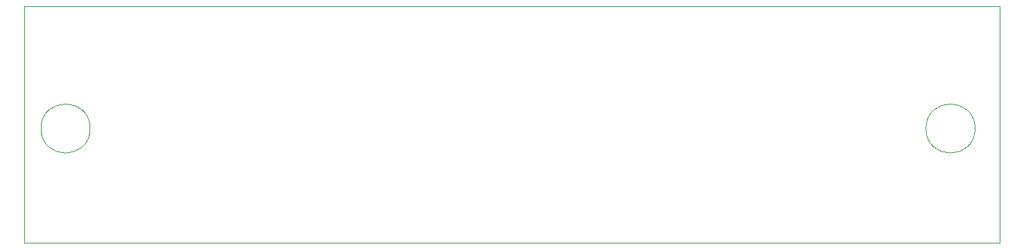
<source format=gbr>
%TF.GenerationSoftware,KiCad,Pcbnew,(5.1.9)-1*%
%TF.CreationDate,2021-03-26T23:06:09+01:00*%
%TF.ProjectId,jarduino2_ihm,6a617264-7569-46e6-9f32-5f69686d2e6b,rev?*%
%TF.SameCoordinates,Original*%
%TF.FileFunction,Profile,NP*%
%FSLAX46Y46*%
G04 Gerber Fmt 4.6, Leading zero omitted, Abs format (unit mm)*
G04 Created by KiCad (PCBNEW (5.1.9)-1) date 2021-03-26 23:06:09*
%MOMM*%
%LPD*%
G01*
G04 APERTURE LIST*
%TA.AperFunction,Profile*%
%ADD10C,0.050000*%
%TD*%
G04 APERTURE END LIST*
D10*
X95000000Y-108000000D02*
X95000000Y-124000000D01*
X214000000Y-124000000D02*
X95000000Y-124000000D01*
X214000000Y-95000000D02*
X214000000Y-124000000D01*
X211000000Y-110000000D02*
G75*
G03*
X211000000Y-110000000I-3000000J0D01*
G01*
X95000000Y-95000000D02*
X95000000Y-108000000D01*
X103000000Y-110000000D02*
G75*
G03*
X103000000Y-110000000I-3000000J0D01*
G01*
X95000000Y-95000000D02*
X214000000Y-95000000D01*
M02*

</source>
